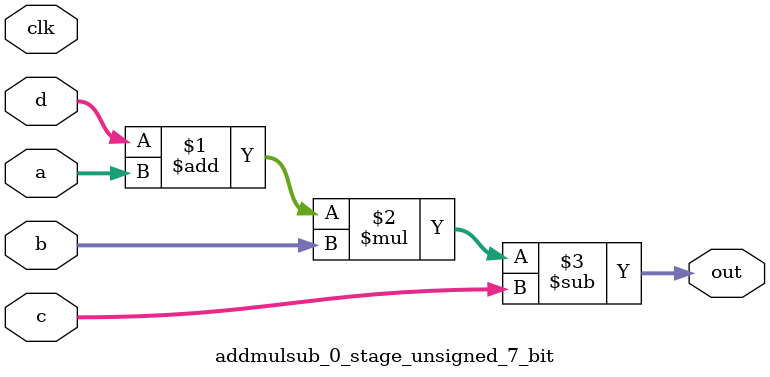
<source format=sv>
(* use_dsp = "yes" *) module addmulsub_0_stage_unsigned_7_bit(
	input  [6:0] a,
	input  [6:0] b,
	input  [6:0] c,
	input  [6:0] d,
	output [6:0] out,
	input clk);

	assign out = ((d + a) * b) - c;
endmodule

</source>
